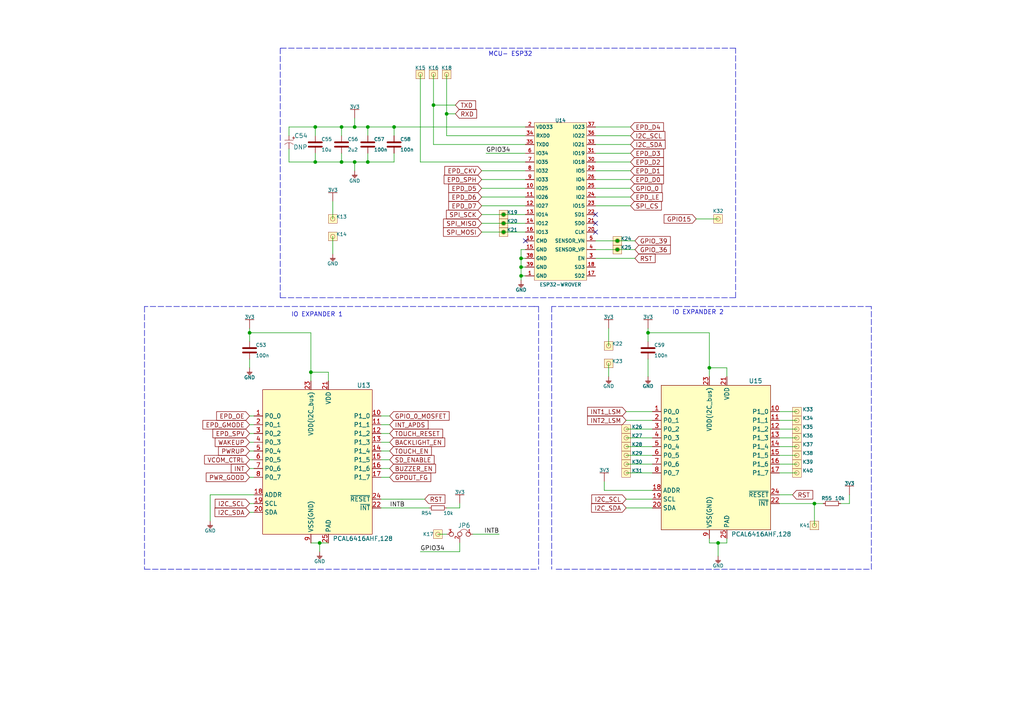
<source format=kicad_sch>
(kicad_sch (version 20211123) (generator eeschema)
  (paper "A4")
  (title_block (title "Soldered Inkplate PLUS2") (date "2023-04-13") (rev "V1.1.0.") (company "SOLDERED"))
  (lib_symbols
    (symbol "e-radionica.com schematics:0603C" (pin_numbers hide) (pin_names (offset 0.002))
      (property "Reference" "C" (at 0 3.81 0))
      (property "Value" "0603C" (at 0 -3.175 0))
      (symbol "0603C_0_1"
        (polyline (pts (xy -0.635 1.905) (xy -0.635 -1.905)) (stroke (width 0.5)))
        (polyline (pts (xy 0.635 1.905) (xy 0.635 -1.905)) (stroke (width 0.5)))
      )
      (symbol "0603C_1_1"
        (pin passive line (at -2.54 0 0) (length 1.9) (name "~") (number "1"))
        (pin passive line (at 2.54 0 180) (length 1.9) (name "~") (number "2"))
      )
    )
    (symbol "e-radionica.com schematics:0603R" (pin_numbers hide) (pin_names (offset 0.254))
      (property "Reference" "R" (at 0 1.27 0))
      (property "Value" "0603R" (at 0 -1.905 0))
      (symbol "0603R_0_1"
        (rectangle (start -1.905 0.635) (end 1.905 -0.635) (stroke (width 0.15)))
      )
      (symbol "0603R_1_1"
        (pin passive line (at -2.54 0 0) (length 0.63) (name "~") (number "1"))
        (pin passive line (at 2.54 0 180) (length 0.63) (name "~") (number "2"))
      )
    )
    (symbol "e-radionica.com schematics:1206C" (pin_numbers hide)
      (property "Reference" "C" (at 0 3.81 0))
      (property "Value" "1206C" (at 0 -3.175 0))
      (symbol "1206C_0_1"
        (polyline (pts (xy -0.635 1.905) (xy -0.635 -1.905)) (stroke (width 0.5)))
        (polyline (pts (xy 0.635 1.905) (xy 0.635 -1.905)) (stroke (width 0.5)))
      )
      (symbol "1206C_1_1"
        (pin passive line (at -2.54 0 0) (length 1.9) (name "~") (number "1"))
        (pin passive line (at 2.54 0 180) (length 1.9) (name "~") (number "2"))
      )
    )
    (symbol "e-radionica.com schematics:2917C" (pin_numbers hide) (pin_names hide)
      (property "Reference" "C?" (at 0 0 0))
      (property "Value" "2917C" (at 0 0 0))
      (symbol "2917C_0_0"
        (text "+" (at -0.635 -1.27 0) (effects (font (size 1 1))))
      )
      (symbol "2917C_0_1"
        (polyline (pts (xy 0 -3.81) (xy 0 -1.27)) (stroke (width 0.1)))
        (arc (start 1.2699 -1.27) (mid 0.7439 -2.54) (end 1.2699 -3.81) (stroke (width 0.1)))
      )
      (symbol "2917C_1_1"
        (pin input line (at -1.27 -2.54 0) (length 1.27) (name "+") (number "1"))
        (pin input line (at 2.54 -2.54 180) (length 1.8) (name "-") (number "2"))
      )
    )
    (symbol "e-radionica.com schematics:3V3" (power) (pin_names (offset 0))
      (property "Value" "3V3" (at 0 3.556 0))
      (symbol "3V3_0_1"
        (polyline (pts (xy -1.27 2.54) (xy 1.27 2.54)) (stroke (width 0.16)))
        (polyline (pts (xy 0 0) (xy 0 2.54)))
      )
      (symbol "3V3_1_1"
        (pin power_in line (at 0 0 90) (length 0) hide (name "3V3") (number "1"))
      )
    )
    (symbol "e-radionica.com schematics:ESP32-WROVER"
      (property "Reference" "U" (at -6.35 25.4 0))
      (property "Value" "ESP32-WROVER" (at 0 -22.86 0))
      (symbol "ESP32-WROVER_0_1"
        (rectangle (start -7.62 24.13) (end 7.62 -21.59) (stroke (width 0.001)) (fill (type background)))
      )
      (symbol "ESP32-WROVER_1_1"
        (pin power_in line (at -10.16 -20.32 0) (length 2.54) (name "GND") (number "1"))
        (pin bidirectional line (at -10.16 5.08 0) (length 2.54) (name "IO25") (number "10"))
        (pin bidirectional line (at -10.16 2.54 0) (length 2.54) (name "IO26") (number "11"))
        (pin bidirectional line (at -10.16 0 0) (length 2.54) (name "IO27") (number "12"))
        (pin bidirectional line (at -10.16 -2.54 0) (length 2.54) (name "IO14") (number "13"))
        (pin bidirectional line (at -10.16 -5.08 0) (length 2.54) (name "IO12") (number "14"))
        (pin power_in line (at -10.16 -12.7 0) (length 2.54) (name "GND") (number "15"))
        (pin bidirectional line (at -10.16 -7.62 0) (length 2.54) (name "IO13") (number "16"))
        (pin bidirectional line (at 10.16 -20.32 180) (length 2.54) (name "SD2") (number "17"))
        (pin bidirectional line (at 10.16 -17.78 180) (length 2.54) (name "SD3") (number "18"))
        (pin bidirectional line (at -10.16 -10.16 0) (length 2.54) (name "CMD") (number "19"))
        (pin power_in line (at -10.16 22.86 0) (length 2.54) (name "VDD33") (number "2"))
        (pin bidirectional line (at 10.16 -7.62 180) (length 2.54) (name "CLK") (number "20"))
        (pin bidirectional line (at 10.16 -5.08 180) (length 2.54) (name "SD0") (number "21"))
        (pin bidirectional line (at 10.16 -2.54 180) (length 2.54) (name "SD1") (number "22"))
        (pin bidirectional line (at 10.16 0 180) (length 2.54) (name "IO15") (number "23"))
        (pin bidirectional line (at 10.16 2.54 180) (length 2.54) (name "IO2") (number "24"))
        (pin bidirectional line (at 10.16 5.08 180) (length 2.54) (name "IO0") (number "25"))
        (pin bidirectional line (at 10.16 7.62 180) (length 2.54) (name "IO4") (number "26"))
        (pin bidirectional line (at 10.16 10.16 180) (length 2.54) (name "IO5") (number "29"))
        (pin bidirectional line (at 10.16 -15.24 180) (length 2.54) (name "EN") (number "3"))
        (pin bidirectional line (at 10.16 12.7 180) (length 2.54) (name "IO18") (number "30"))
        (pin bidirectional line (at 10.16 15.24 180) (length 2.54) (name "IO19") (number "31"))
        (pin bidirectional line (at 10.16 17.78 180) (length 2.54) (name "IO21") (number "33"))
        (pin bidirectional line (at -10.16 20.32 0) (length 2.54) (name "RXD0") (number "34"))
        (pin bidirectional line (at -10.16 17.78 0) (length 2.54) (name "TXD0") (number "35"))
        (pin bidirectional line (at 10.16 20.32 180) (length 2.54) (name "IO22") (number "36"))
        (pin bidirectional line (at 10.16 22.86 180) (length 2.54) (name "IO23") (number "37"))
        (pin power_in line (at -10.16 -15.24 0) (length 2.54) (name "GND") (number "38"))
        (pin power_in line (at -10.16 -17.78 0) (length 2.54) (name "GND") (number "39"))
        (pin bidirectional line (at 10.16 -12.7 180) (length 2.54) (name "SENSOR_VP") (number "4"))
        (pin bidirectional line (at 10.16 -10.16 180) (length 2.54) (name "SENSOR_VN") (number "5"))
        (pin bidirectional line (at -10.16 15.24 0) (length 2.54) (name "IO34") (number "6"))
        (pin bidirectional line (at -10.16 12.7 0) (length 2.54) (name "IO35") (number "7"))
        (pin bidirectional line (at -10.16 10.16 0) (length 2.54) (name "IO32") (number "8"))
        (pin bidirectional line (at -10.16 7.62 0) (length 2.54) (name "IO33") (number "9"))
      )
    )
    (symbol "e-radionica.com schematics:GND" (power) (pin_names (offset 0))
      (property "Value" "GND" (at 0 -2.921 0))
      (symbol "GND_0_1"
        (polyline (pts (xy -0.762 -1.27) (xy 0.762 -1.27)) (stroke (width 0.16)))
        (polyline (pts (xy -0.635 -1.524) (xy 0.635 -1.524)) (stroke (width 0.16)))
        (polyline (pts (xy -0.381 -1.778) (xy 0.381 -1.778)) (stroke (width 0.16)))
        (polyline (pts (xy -0.127 -2.032) (xy 0.127 -2.032)) (stroke (width 0.16)))
        (polyline (pts (xy 0 0) (xy 0 -1.27)) (stroke (width 0.16)))
      )
      (symbol "GND_1_1"
        (pin power_in line (at 0 0 270) (length 0) hide (name "GND") (number "1"))
      )
    )
    (symbol "e-radionica.com schematics:HEADER_MALE_1X1_Inkplate" (pin_numbers hide) (pin_names hide)
      (property "Reference" "K" (at 0 2.54 0))
      (property "Value" "HEADER_MALE_1X1_Inkplate" (at 0 -2.54 0))
      (symbol "HEADER_MALE_1X1_Inkplate_0_1"
        (rectangle (start -1.27 1.27) (end 1.27 -1.27) (stroke (width 0.001)) (fill (type background)))
        (circle (center 0 0) (radius 0.635) (stroke (width 0.0006)))
      )
      (symbol "HEADER_MALE_1X1_Inkplate_1_1"
        (pin passive line (at 0 0 180) (length 0) (name "~") (number "1"))
      )
    )
    (symbol "e-radionica.com schematics:PCAL6416AHF,128"
      (property "Reference" "U" (at 1.27 -5.08 0))
      (property "Value" "PCAL6416AHF,128" (at 1.27 0 0))
      (symbol "PCAL6416AHF,128_0_0"
        (rectangle (start -15.24 20.32) (end 16.51 -21.59) (fill (type background)))
        (pin passive line (at 3.81 -24.13 90) (length 2.54) (name "PAD") (number "25"))
      )
      (symbol "PCAL6416AHF,128_1_1"
        (pin passive line (at -17.78 12.7 0) (length 2.54) (name "P0_0") (number "1"))
        (pin passive line (at 19.05 12.7 180) (length 2.54) (name "P1_0") (number "10"))
        (pin passive line (at 19.05 10.16 180) (length 2.54) (name "P1_1") (number "11"))
        (pin passive line (at 19.05 7.62 180) (length 2.54) (name "P1_2") (number "12"))
        (pin passive line (at 19.05 5.08 180) (length 2.54) (name "P1_3") (number "13"))
        (pin passive line (at 19.05 2.54 180) (length 2.54) (name "P1_4") (number "14"))
        (pin passive line (at 19.05 0 180) (length 2.54) (name "P1_5") (number "15"))
        (pin passive line (at 19.05 -2.54 180) (length 2.54) (name "P1_6") (number "16"))
        (pin passive line (at 19.05 -5.08 180) (length 2.54) (name "P1_7") (number "17"))
        (pin passive line (at -17.78 -10.16 0) (length 2.54) (name "ADDR") (number "18"))
        (pin passive line (at -17.78 -12.7 0) (length 2.54) (name "SCL") (number "19"))
        (pin passive line (at -17.78 10.16 0) (length 2.54) (name "P0_1") (number "2"))
        (pin passive line (at -17.78 -15.24 0) (length 2.54) (name "SDA") (number "20"))
        (pin passive line (at 3.81 22.86 270) (length 2.54) (name "VDD") (number "21"))
        (pin passive line (at 19.05 -13.97 180) (length 2.54) (name "~{INT}") (number "22"))
        (pin passive line (at -1.27 22.86 270) (length 2.54) (name "VDD(I2C_bus)") (number "23"))
        (pin passive line (at 19.05 -11.43 180) (length 2.54) (name "~{RESET}") (number "24"))
        (pin passive line (at -17.78 7.62 0) (length 2.54) (name "P0_2") (number "3"))
        (pin passive line (at -17.78 5.08 0) (length 2.54) (name "P0_3") (number "4"))
        (pin passive line (at -17.78 2.54 0) (length 2.54) (name "P0_4") (number "5"))
        (pin passive line (at -17.78 0 0) (length 2.54) (name "P0_5") (number "6"))
        (pin passive line (at -17.78 -2.54 0) (length 2.54) (name "P0_6") (number "7"))
        (pin passive line (at -17.78 -5.08 0) (length 2.54) (name "P0_7") (number "8"))
        (pin passive line (at -1.27 -24.13 90) (length 2.54) (name "VSS(GND)") (number "9"))
      )
    )
    (symbol "e-radionica.com schematics:SMD_JUMPER_3_PAD_CONNECTED_LEFT_TRACE"
      (property "Reference" "JP" (at 0 2.413 0))
      (symbol "SMD_JUMPER_3_PAD_CONNECTED_LEFT_TRACE_0_1"
        (arc (start 0 0.635) (mid -1.2065 1.4342) (end -2.413 0.635) (stroke (width 0.1)))
      )
      (symbol "SMD_JUMPER_3_PAD_CONNECTED_LEFT_TRACE_1_1"
        (pin passive inverted (at -3.81 0 0) (length 2) (name "") (number "1"))
        (pin passive inverted (at 0 -2.54 90) (length 3.2) (name "") (number "2"))
        (pin passive inverted (at 3.81 0 180) (length 2) (name "") (number "3"))
      )
    )
  )
  (junction (at 205.74 106.68))
  (junction (at 92.71 157.48))
  (junction (at 179.07 72.39))
  (junction (at 146.05 67.31))
  (junction (at 106.68 46.99))
  (junction (at 151.13 77.47))
  (junction (at 91.44 46.99))
  (junction (at 90.17 107.95))
  (junction (at 91.44 36.83))
  (junction (at 72.39 96.52))
  (junction (at 102.87 36.83))
  (junction (at 125.73 30.48))
  (junction (at 146.05 62.23))
  (junction (at 129.54 33.02))
  (junction (at 106.68 36.83))
  (junction (at 236.22 146.05))
  (junction (at 146.05 64.77))
  (junction (at 114.3 36.83))
  (junction (at 102.87 46.99))
  (junction (at 99.06 36.83))
  (junction (at 151.13 74.93))
  (junction (at 151.13 80.01))
  (junction (at 179.07 69.85))
  (junction (at 99.06 46.99))
  (junction (at 187.96 96.52))
  (junction (at 208.28 157.48))
  (no_connect (at 172.72 62.23))
  (no_connect (at 152.4 69.85))
  (no_connect (at 172.72 64.77))
  (no_connect (at 172.72 67.31))
  (polyline (pts (xy 213.36 13.97) (xy 81.28 13.97)))
  (wire (pts (xy 189.23 124.46) (xy 181.61 124.46)))
  (wire (pts (xy 110.49 130.81) (xy 113.03 130.81)))
  (wire (pts (xy 236.22 146.05) (xy 238.76 146.05)))
  (polyline (pts (xy 252.73 165.1) (xy 252.73 88.9)))
  (wire (pts (xy 110.49 138.43) (xy 113.03 138.43)))
  (wire (pts (xy 146.05 64.77) (xy 152.4 64.77)))
  (wire (pts (xy 175.26 139.7) (xy 175.26 142.24)))
  (wire (pts (xy 226.06 129.54) (xy 231.14 129.54)))
  (wire (pts (xy 72.39 120.65) (xy 73.66 120.65)))
  (wire (pts (xy 137.16 154.94) (xy 144.78 154.94)))
  (wire (pts (xy 176.53 95.25) (xy 176.53 100.33)))
  (wire (pts (xy 99.06 46.99) (xy 102.87 46.99)))
  (wire (pts (xy 83.82 43.18) (xy 83.82 46.99)))
  (wire (pts (xy 102.87 36.83) (xy 106.68 36.83)))
  (wire (pts (xy 172.72 41.91) (xy 182.88 41.91)))
  (wire (pts (xy 226.06 134.62) (xy 231.14 134.62)))
  (wire (pts (xy 72.39 133.35) (xy 73.66 133.35)))
  (wire (pts (xy 72.39 130.81) (xy 73.66 130.81)))
  (wire (pts (xy 187.96 95.25) (xy 187.96 96.52)))
  (wire (pts (xy 102.87 46.99) (xy 106.68 46.99)))
  (wire (pts (xy 181.61 147.32) (xy 189.23 147.32)))
  (wire (pts (xy 110.49 125.73) (xy 113.03 125.73)))
  (wire (pts (xy 179.07 72.39) (xy 184.15 72.39)))
  (wire (pts (xy 121.92 160.02) (xy 133.35 160.02)))
  (wire (pts (xy 99.06 44.45) (xy 99.06 46.99)))
  (wire (pts (xy 129.54 39.37) (xy 152.4 39.37)))
  (wire (pts (xy 102.87 34.29) (xy 102.87 36.83)))
  (wire (pts (xy 226.06 143.51) (xy 229.87 143.51)))
  (wire (pts (xy 114.3 36.83) (xy 114.3 39.37)))
  (wire (pts (xy 187.96 99.06) (xy 187.96 96.52)))
  (wire (pts (xy 90.17 107.95) (xy 90.17 110.49)))
  (wire (pts (xy 133.35 147.32) (xy 129.54 147.32)))
  (wire (pts (xy 226.06 121.92) (xy 231.14 121.92)))
  (polyline (pts (xy 161.29 165.1) (xy 252.73 165.1)))
  (wire (pts (xy 91.44 44.45) (xy 91.44 46.99)))
  (wire (pts (xy 172.72 72.39) (xy 179.07 72.39)))
  (wire (pts (xy 172.72 69.85) (xy 179.07 69.85)))
  (wire (pts (xy 181.61 134.62) (xy 189.23 134.62)))
  (wire (pts (xy 205.74 106.68) (xy 205.74 96.52)))
  (wire (pts (xy 72.39 96.52) (xy 72.39 99.06)))
  (wire (pts (xy 172.72 59.69) (xy 182.88 59.69)))
  (wire (pts (xy 181.61 144.78) (xy 189.23 144.78)))
  (wire (pts (xy 172.72 54.61) (xy 182.88 54.61)))
  (wire (pts (xy 246.38 146.05) (xy 246.38 143.51)))
  (wire (pts (xy 72.39 138.43) (xy 73.66 138.43)))
  (wire (pts (xy 106.68 39.37) (xy 106.68 36.83)))
  (wire (pts (xy 110.49 133.35) (xy 113.03 133.35)))
  (wire (pts (xy 73.66 143.51) (xy 60.96 143.51)))
  (wire (pts (xy 172.72 44.45) (xy 182.88 44.45)))
  (wire (pts (xy 187.96 96.52) (xy 205.74 96.52)))
  (wire (pts (xy 72.39 104.14) (xy 72.39 106.68)))
  (wire (pts (xy 139.7 54.61) (xy 152.4 54.61)))
  (wire (pts (xy 96.52 68.58) (xy 96.52 73.66)))
  (wire (pts (xy 129.54 33.02) (xy 132.08 33.02)))
  (wire (pts (xy 179.07 69.85) (xy 184.15 69.85)))
  (wire (pts (xy 146.05 67.31) (xy 152.4 67.31)))
  (polyline (pts (xy 41.91 165.1) (xy 156.21 165.1)))
  (wire (pts (xy 129.54 21.59) (xy 129.54 33.02)))
  (wire (pts (xy 181.61 121.92) (xy 189.23 121.92)))
  (wire (pts (xy 124.46 147.32) (xy 110.49 147.32)))
  (wire (pts (xy 210.82 109.22) (xy 210.82 106.68)))
  (wire (pts (xy 72.39 123.19) (xy 73.66 123.19)))
  (wire (pts (xy 106.68 44.45) (xy 106.68 46.99)))
  (wire (pts (xy 72.39 146.05) (xy 73.66 146.05)))
  (wire (pts (xy 172.72 74.93) (xy 184.15 74.93)))
  (wire (pts (xy 181.61 132.08) (xy 189.23 132.08)))
  (wire (pts (xy 139.7 67.31) (xy 146.05 67.31)))
  (wire (pts (xy 72.39 128.27) (xy 73.66 128.27)))
  (wire (pts (xy 189.23 142.24) (xy 175.26 142.24)))
  (wire (pts (xy 210.82 157.48) (xy 208.28 157.48)))
  (wire (pts (xy 226.06 137.16) (xy 231.14 137.16)))
  (polyline (pts (xy 154.94 88.9) (xy 41.91 88.9)))
  (wire (pts (xy 151.13 74.93) (xy 151.13 77.47)))
  (wire (pts (xy 139.7 52.07) (xy 152.4 52.07)))
  (wire (pts (xy 72.39 135.89) (xy 73.66 135.89)))
  (wire (pts (xy 95.25 110.49) (xy 95.25 107.95)))
  (wire (pts (xy 151.13 80.01) (xy 151.13 81.28)))
  (wire (pts (xy 102.87 36.83) (xy 99.06 36.83)))
  (wire (pts (xy 146.05 62.23) (xy 152.4 62.23)))
  (wire (pts (xy 140.97 44.45) (xy 152.4 44.45)))
  (wire (pts (xy 151.13 77.47) (xy 152.4 77.47)))
  (polyline (pts (xy 81.28 13.97) (xy 81.28 86.36)))
  (wire (pts (xy 133.35 146.05) (xy 133.35 147.32)))
  (wire (pts (xy 139.7 59.69) (xy 152.4 59.69)))
  (wire (pts (xy 60.96 143.51) (xy 60.96 151.13)))
  (wire (pts (xy 72.39 148.59) (xy 73.66 148.59)))
  (wire (pts (xy 210.82 156.21) (xy 210.82 157.48)))
  (wire (pts (xy 114.3 36.83) (xy 152.4 36.83)))
  (wire (pts (xy 172.72 49.53) (xy 182.88 49.53)))
  (wire (pts (xy 210.82 106.68) (xy 205.74 106.68)))
  (wire (pts (xy 106.68 36.83) (xy 114.3 36.83)))
  (wire (pts (xy 113.03 123.19) (xy 110.49 123.19)))
  (wire (pts (xy 121.92 46.99) (xy 121.92 21.59)))
  (wire (pts (xy 106.68 46.99) (xy 114.3 46.99)))
  (wire (pts (xy 181.61 137.16) (xy 189.23 137.16)))
  (wire (pts (xy 110.49 144.78) (xy 123.19 144.78)))
  (wire (pts (xy 187.96 104.14) (xy 187.96 109.22)))
  (wire (pts (xy 172.72 36.83) (xy 182.88 36.83)))
  (wire (pts (xy 139.7 57.15) (xy 152.4 57.15)))
  (wire (pts (xy 72.39 96.52) (xy 90.17 96.52)))
  (wire (pts (xy 83.82 36.83) (xy 91.44 36.83)))
  (wire (pts (xy 139.7 62.23) (xy 146.05 62.23)))
  (wire (pts (xy 201.93 63.5) (xy 208.28 63.5)))
  (wire (pts (xy 151.13 74.93) (xy 152.4 74.93)))
  (wire (pts (xy 129.54 33.02) (xy 129.54 39.37)))
  (wire (pts (xy 152.4 41.91) (xy 125.73 41.91)))
  (wire (pts (xy 208.28 157.48) (xy 208.28 161.29)))
  (wire (pts (xy 90.17 96.52) (xy 90.17 107.95)))
  (wire (pts (xy 172.72 46.99) (xy 182.88 46.99)))
  (wire (pts (xy 125.73 30.48) (xy 125.73 41.91)))
  (wire (pts (xy 99.06 36.83) (xy 91.44 36.83)))
  (wire (pts (xy 90.17 157.48) (xy 92.71 157.48)))
  (wire (pts (xy 83.82 46.99) (xy 91.44 46.99)))
  (wire (pts (xy 102.87 46.99) (xy 102.87 49.53)))
  (wire (pts (xy 95.25 157.48) (xy 92.71 157.48)))
  (wire (pts (xy 172.72 57.15) (xy 182.88 57.15)))
  (polyline (pts (xy 156.21 88.9) (xy 156.21 165.1)))
  (polyline (pts (xy 160.02 88.9) (xy 160.02 165.1)))
  (wire (pts (xy 226.06 124.46) (xy 231.14 124.46)))
  (wire (pts (xy 125.73 30.48) (xy 132.08 30.48)))
  (wire (pts (xy 110.49 120.65) (xy 113.03 120.65)))
  (polyline (pts (xy 154.94 88.9) (xy 156.21 88.9)))
  (wire (pts (xy 83.82 39.37) (xy 83.82 36.83)))
  (polyline (pts (xy 41.91 88.9) (xy 41.91 165.1)))
  (wire (pts (xy 113.03 135.89) (xy 110.49 135.89)))
  (wire (pts (xy 226.06 127) (xy 231.14 127)))
  (polyline (pts (xy 81.28 86.36) (xy 213.36 86.36)))
  (wire (pts (xy 176.53 105.41) (xy 176.53 109.22)))
  (wire (pts (xy 226.06 146.05) (xy 236.22 146.05)))
  (wire (pts (xy 205.74 157.48) (xy 208.28 157.48)))
  (wire (pts (xy 133.35 157.48) (xy 133.35 160.02)))
  (wire (pts (xy 151.13 80.01) (xy 152.4 80.01)))
  (wire (pts (xy 226.06 132.08) (xy 231.14 132.08)))
  (wire (pts (xy 172.72 52.07) (xy 182.88 52.07)))
  (wire (pts (xy 205.74 109.22) (xy 205.74 106.68)))
  (wire (pts (xy 172.72 39.37) (xy 182.88 39.37)))
  (polyline (pts (xy 213.36 86.36) (xy 213.36 13.97)))
  (wire (pts (xy 151.13 77.47) (xy 151.13 80.01)))
  (wire (pts (xy 72.39 95.25) (xy 72.39 96.52)))
  (wire (pts (xy 181.61 129.54) (xy 189.23 129.54)))
  (wire (pts (xy 226.06 119.38) (xy 231.14 119.38)))
  (wire (pts (xy 91.44 46.99) (xy 99.06 46.99)))
  (wire (pts (xy 95.25 107.95) (xy 90.17 107.95)))
  (wire (pts (xy 152.4 46.99) (xy 121.92 46.99)))
  (polyline (pts (xy 252.73 88.9) (xy 160.02 88.9)))
  (wire (pts (xy 236.22 152.4) (xy 236.22 146.05)))
  (wire (pts (xy 139.7 49.53) (xy 152.4 49.53)))
  (wire (pts (xy 243.84 146.05) (xy 246.38 146.05)))
  (wire (pts (xy 127 154.94) (xy 129.54 154.94)))
  (wire (pts (xy 96.52 58.42) (xy 96.52 63.5)))
  (wire (pts (xy 99.06 36.83) (xy 99.06 39.37)))
  (wire (pts (xy 114.3 44.45) (xy 114.3 46.99)))
  (wire (pts (xy 205.74 156.21) (xy 205.74 157.48)))
  (wire (pts (xy 181.61 127) (xy 189.23 127)))
  (wire (pts (xy 139.7 64.77) (xy 146.05 64.77)))
  (wire (pts (xy 91.44 36.83) (xy 91.44 39.37)))
  (wire (pts (xy 151.13 72.39) (xy 151.13 74.93)))
  (wire (pts (xy 181.61 119.38) (xy 189.23 119.38)))
  (wire (pts (xy 92.71 157.48) (xy 92.71 160.02)))
  (wire (pts (xy 152.4 72.39) (xy 151.13 72.39)))
  (wire (pts (xy 125.73 21.59) (xy 125.73 30.48)))
  (wire (pts (xy 110.49 128.27) (xy 113.03 128.27)))
  (wire (pts (xy 72.39 125.73) (xy 73.66 125.73)))
  (text "IO EXPANDER 1" (at 84.455 92.075 0) (effects (font (size 1.27 1.27)) (justify left bottom)))
  (text "MCU- ESP32" (at 141.605 16.51 0) (effects (font (size 1.27 1.27)) (justify left bottom)))
  (text "IO EXPANDER 2" (at 194.945 91.44 0) (effects (font (size 1.27 1.27)) (justify left bottom)))
  (label "GPIO34" (at 121.92 160.02 0))
  (label "INTB" (at 144.78 154.94 180))
  (label "INTB" (at 113.03 147.32 0))
  (label "GPIO34" (at 140.97 44.45 0))
  (global_label "EPD_OE" (shape input) (at 72.39 120.65 180) (property "Intersheet References" "${INTERSHEET_REFS}" (effects hide)))
  (global_label "RST" (shape input) (at 229.87 143.51 0) (property "Intersheet References" "${INTERSHEET_REFS}" (effects hide)))
  (global_label "I2C_SDA" (shape input) (at 181.61 147.32 180) (property "Intersheet References" "${INTERSHEET_REFS}" (effects hide)))
  (global_label "RXD" (shape input) (at 132.08 33.02 0) (property "Intersheet References" "${INTERSHEET_REFS}" (effects hide)))
  (global_label "RST" (shape input) (at 184.15 74.93 0) (property "Intersheet References" "${INTERSHEET_REFS}" (effects hide)))
  (global_label "I2C_SDA" (shape input) (at 72.39 148.59 180) (property "Intersheet References" "${INTERSHEET_REFS}" (effects hide)))
  (global_label "EPD_D0" (shape input) (at 182.88 52.07 0) (property "Intersheet References" "${INTERSHEET_REFS}" (effects hide)))
  (global_label "EPD_D6" (shape input) (at 139.7 57.15 180) (property "Intersheet References" "${INTERSHEET_REFS}" (effects hide)))
  (global_label "WAKEUP" (shape input) (at 72.39 128.27 180) (property "Intersheet References" "${INTERSHEET_REFS}" (effects hide)))
  (global_label "EPD_CKV" (shape input) (at 139.7 49.53 180) (property "Intersheet References" "${INTERSHEET_REFS}" (effects hide)))
  (global_label "TOUCH_EN" (shape input) (at 113.03 130.81 0) (property "Intersheet References" "${INTERSHEET_REFS}" (effects hide)))
  (global_label "I2C_SCL" (shape input) (at 181.61 144.78 180) (property "Intersheet References" "${INTERSHEET_REFS}" (effects hide)))
  (global_label "EPD_SPV" (shape input) (at 72.39 125.73 180) (property "Intersheet References" "${INTERSHEET_REFS}" (effects hide)))
  (global_label "SPI_MOSI" (shape input) (at 139.7 67.31 180) (property "Intersheet References" "${INTERSHEET_REFS}" (effects hide)))
  (global_label "SD_ENABLE" (shape input) (at 113.03 133.35 0) (property "Intersheet References" "${INTERSHEET_REFS}" (effects hide)))
  (global_label "GPIO_39" (shape input) (at 184.15 69.85 0) (property "Intersheet References" "${INTERSHEET_REFS}" (effects hide)))
  (global_label "EPD_D1" (shape input) (at 182.88 49.53 0) (property "Intersheet References" "${INTERSHEET_REFS}" (effects hide)))
  (global_label "GPOUT_FG" (shape input) (at 113.03 138.43 0) (property "Intersheet References" "${INTERSHEET_REFS}" (effects hide)))
  (global_label "INT1_LSM" (shape input) (at 181.61 119.38 180) (property "Intersheet References" "${INTERSHEET_REFS}" (effects hide)))
  (global_label "I2C_SCL" (shape input) (at 182.88 39.37 0) (property "Intersheet References" "${INTERSHEET_REFS}" (effects hide)))
  (global_label "TXD" (shape input) (at 132.08 30.48 0) (property "Intersheet References" "${INTERSHEET_REFS}" (effects hide)))
  (global_label "EPD_D4" (shape input) (at 182.88 36.83 0) (property "Intersheet References" "${INTERSHEET_REFS}" (effects hide)))
  (global_label "EPD_SPH" (shape input) (at 139.7 52.07 180) (property "Intersheet References" "${INTERSHEET_REFS}" (effects hide)))
  (global_label "I2C_SDA" (shape input) (at 182.88 41.91 0) (property "Intersheet References" "${INTERSHEET_REFS}" (effects hide)))
  (global_label "EPD_D7" (shape input) (at 139.7 59.69 180) (property "Intersheet References" "${INTERSHEET_REFS}" (effects hide)))
  (global_label "GPIO15" (shape input) (at 201.93 63.5 180) (property "Intersheet References" "${INTERSHEET_REFS}" (effects hide)))
  (global_label "GPIO_0_MOSFET" (shape input) (at 113.03 120.65 0) (property "Intersheet References" "${INTERSHEET_REFS}" (effects hide)))
  (global_label "GPIO_0" (shape input) (at 182.88 54.61 0) (property "Intersheet References" "${INTERSHEET_REFS}" (effects hide)))
  (global_label "EPD_D5" (shape input) (at 139.7 54.61 180) (property "Intersheet References" "${INTERSHEET_REFS}" (effects hide)))
  (global_label "RST" (shape input) (at 123.19 144.78 0) (property "Intersheet References" "${INTERSHEET_REFS}" (effects hide)))
  (global_label "EPD_D3" (shape input) (at 182.88 44.45 0) (property "Intersheet References" "${INTERSHEET_REFS}" (effects hide)))
  (global_label "BUZZER_EN" (shape input) (at 113.03 135.89 0) (property "Intersheet References" "${INTERSHEET_REFS}" (effects hide)))
  (global_label "I2C_SCL" (shape input) (at 72.39 146.05 180) (property "Intersheet References" "${INTERSHEET_REFS}" (effects hide)))
  (global_label "SPI_CS" (shape input) (at 182.88 59.69 0) (property "Intersheet References" "${INTERSHEET_REFS}" (effects hide)))
  (global_label "GPIO_36" (shape input) (at 184.15 72.39 0) (property "Intersheet References" "${INTERSHEET_REFS}" (effects hide)))
  (global_label "INT2_LSM" (shape input) (at 181.61 121.92 180) (property "Intersheet References" "${INTERSHEET_REFS}" (effects hide)))
  (global_label "TOUCH_RESET" (shape input) (at 113.03 125.73 0) (property "Intersheet References" "${INTERSHEET_REFS}" (effects hide)))
  (global_label "SPI_MISO" (shape input) (at 139.7 64.77 180) (property "Intersheet References" "${INTERSHEET_REFS}" (effects hide)))
  (global_label "EPD_D2" (shape input) (at 182.88 46.99 0) (property "Intersheet References" "${INTERSHEET_REFS}" (effects hide)))
  (global_label "EPD_LE" (shape input) (at 182.88 57.15 0) (property "Intersheet References" "${INTERSHEET_REFS}" (effects hide)))
  (global_label "VCOM_CTRL" (shape input) (at 72.39 133.35 180) (property "Intersheet References" "${INTERSHEET_REFS}" (effects hide)))
  (global_label "EPD_GMODE" (shape input) (at 72.39 123.19 180) (property "Intersheet References" "${INTERSHEET_REFS}" (effects hide)))
  (global_label "INT" (shape input) (at 72.39 135.89 180) (property "Intersheet References" "${INTERSHEET_REFS}" (effects hide)))
  (global_label "PWR_GOOD" (shape input) (at 72.39 138.43 180) (property "Intersheet References" "${INTERSHEET_REFS}" (effects hide)))
  (global_label "BACKLIGHT_EN" (shape input) (at 113.03 128.27 0) (property "Intersheet References" "${INTERSHEET_REFS}" (effects hide)))
  (global_label "PWRUP" (shape input) (at 72.39 130.81 180) (property "Intersheet References" "${INTERSHEET_REFS}" (effects hide)))
  (global_label "SPI_SCK" (shape input) (at 139.7 62.23 180) (property "Intersheet References" "${INTERSHEET_REFS}" (effects hide)))
  (global_label "INT_APDS" (shape input) (at 113.03 123.19 0) (property "Intersheet References" "${INTERSHEET_REFS}" (effects hide)))
  (symbol (lib_id "e-radionica.com schematics:3V3") (at 176.53 95.25 0) (unit 1)
    (property "Reference" "#PWR0152" (effects hide))
    (property "Value" "3V3" (at 176.53 91.948 0) (effects (font (size 1 1))))
  )
  (symbol (lib_id "e-radionica.com schematics:3V3") (at 102.87 34.29 0) (unit 1)
    (property "Reference" "#PWR0147" (effects hide))
    (property "Value" "3V3" (at 102.87 30.988 0) (effects (font (size 1 1))))
  )
  (symbol (lib_id "e-radionica.com schematics:HEADER_MALE_1X1_Inkplate") (at 181.61 127 0) (unit 1)
    (property "Reference" "K27" (at 184.785 126.365 0) (effects (font (size 1 1))))
    (property "Value" "HEADER_MALE_1X1_Inkplate" (effects hide))
    (property "Footprint" "e-radionica.com footprinti:HEADER_MALE_1X1_Inkplate" (effects hide))
  )
  (symbol (lib_id "e-radionica.com schematics:HEADER_MALE_1X1_Inkplate") (at 231.14 121.92 0) (unit 1)
    (property "Reference" "K34" (at 234.315 121.285 0) (effects (font (size 1 1))))
    (property "Value" "HEADER_MALE_1X1_Inkplate" (effects hide))
    (property "Footprint" "e-radionica.com footprinti:HEADER_MALE_1X1_Inkplate" (effects hide))
  )
  (symbol (lib_id "e-radionica.com schematics:2917C") (at 86.36 40.64 270) (unit 1)
    (property "Reference" "C54" (at 85.344 39.37 90) (effects (justify left)))
    (property "Value" "DNP" (at 85.09 42.672 90) (effects (justify left)))
    (property "Footprint" "e-radionica.com footprinti:2917C" (effects hide))
  )
  (symbol (lib_id "e-radionica.com schematics:0603C") (at 99.06 41.91 90) (unit 1)
    (property "Reference" "C56" (at 100.838 40.386 90) (effects (font (size 1 1)) (justify right)))
    (property "Value" "2u2" (at 100.838 43.434 90) (effects (font (size 1 1)) (justify right)))
    (property "Footprint" "e-radionica.com footprinti:0603C" (effects hide))
  )
  (symbol (lib_id "e-radionica.com schematics:GND") (at 151.13 81.28 0) (unit 1)
    (property "Reference" "#PWR0150" (effects hide))
    (property "Value" "GND" (at 151.13 84.074 0) (effects (font (size 1 1))))
  )
  (symbol (lib_id "e-radionica.com schematics:HEADER_MALE_1X1_Inkplate") (at 127 154.94 0) (unit 1)
    (property "Reference" "K17" (at 124.206 154.94 0) (effects (font (size 1 1))))
    (property "Value" "HEADER_MALE_1X1_Inkplate" (effects hide))
    (property "Footprint" "e-radionica.com footprinti:HEADER_MALE_1X1_Inkplate" (effects hide))
  )
  (symbol (lib_id "e-radionica.com schematics:GND") (at 72.39 106.68 0) (unit 1)
    (property "Reference" "#PWR0143" (effects hide))
    (property "Value" "GND" (at 72.39 109.474 0) (effects (font (size 1 1))))
  )
  (symbol (lib_id "e-radionica.com schematics:3V3") (at 175.26 139.7 0) (unit 1)
    (property "Reference" "#PWR0151" (effects hide))
    (property "Value" "3V3" (at 175.26 136.398 0) (effects (font (size 1 1))))
  )
  (symbol (lib_id "e-radionica.com schematics:0603C") (at 187.96 101.6 90) (unit 1)
    (property "Reference" "C59" (at 189.738 100.076 90) (effects (font (size 1 1)) (justify right)))
    (property "Value" "100n" (at 189.738 103.124 90) (effects (font (size 1 1)) (justify right)))
    (property "Footprint" "e-radionica.com footprinti:0603C" (effects hide))
  )
  (symbol (lib_id "e-radionica.com schematics:HEADER_MALE_1X1_Inkplate") (at 231.14 137.16 0) (unit 1)
    (property "Reference" "K40" (at 234.315 136.525 0) (effects (font (size 1 1))))
    (property "Value" "HEADER_MALE_1X1_Inkplate" (effects hide))
    (property "Footprint" "e-radionica.com footprinti:HEADER_MALE_1X1_Inkplate" (effects hide))
  )
  (symbol (lib_id "e-radionica.com schematics:HEADER_MALE_1X1_Inkplate") (at 231.14 132.08 0) (unit 1)
    (property "Reference" "K38" (at 234.315 131.445 0) (effects (font (size 1 1))))
    (property "Value" "HEADER_MALE_1X1_Inkplate" (effects hide))
    (property "Footprint" "e-radionica.com footprinti:HEADER_MALE_1X1_Inkplate" (effects hide))
  )
  (symbol (lib_id "e-radionica.com schematics:HEADER_MALE_1X1_Inkplate") (at 231.14 127 0) (unit 1)
    (property "Reference" "K36" (at 234.315 126.365 0) (effects (font (size 1 1))))
    (property "Value" "HEADER_MALE_1X1_Inkplate" (effects hide))
    (property "Footprint" "e-radionica.com footprinti:HEADER_MALE_1X1_Inkplate" (effects hide))
  )
  (symbol (lib_id "e-radionica.com schematics:HEADER_MALE_1X1_Inkplate") (at 181.61 137.16 0) (unit 1)
    (property "Reference" "K31" (at 184.785 136.525 0) (effects (font (size 1 1))))
    (property "Value" "HEADER_MALE_1X1_Inkplate" (effects hide))
    (property "Footprint" "e-radionica.com footprinti:HEADER_MALE_1X1_Inkplate" (effects hide))
  )
  (symbol (lib_id "e-radionica.com schematics:GND") (at 208.28 161.29 0) (unit 1)
    (property "Reference" "#PWR0156" (effects hide))
    (property "Value" "GND" (at 208.28 164.084 0) (effects (font (size 1 1))))
  )
  (symbol (lib_id "e-radionica.com schematics:GND") (at 92.71 160.02 0) (unit 1)
    (property "Reference" "#PWR0144" (effects hide))
    (property "Value" "GND" (at 92.71 162.814 0) (effects (font (size 1 1))))
  )
  (symbol (lib_id "e-radionica.com schematics:GND") (at 60.96 151.13 0) (unit 1)
    (property "Reference" "#PWR0141" (effects hide))
    (property "Value" "GND" (at 60.96 153.924 0) (effects (font (size 1 1))))
  )
  (symbol (lib_id "e-radionica.com schematics:0603R") (at 241.3 146.05 180) (unit 1)
    (property "Reference" "R55" (at 239.776 144.526 0) (effects (font (size 1 1))))
    (property "Value" "10k" (at 243.586 144.526 0) (effects (font (size 1 1))))
    (property "Footprint" "e-radionica.com footprinti:0603R" (effects hide))
  )
  (symbol (lib_id "e-radionica.com schematics:HEADER_MALE_1X1_Inkplate") (at 146.05 67.31 0) (unit 1)
    (property "Reference" "K21" (at 148.59 66.675 0) (effects (font (size 1 1))))
    (property "Value" "HEADER_MALE_1X1_Inkplate" (effects hide))
    (property "Footprint" "e-radionica.com footprinti:HEADER_MALE_1X1_Inkplate" (effects hide))
  )
  (symbol (lib_id "e-radionica.com schematics:HEADER_MALE_1X1_Inkplate") (at 181.61 132.08 0) (unit 1)
    (property "Reference" "K29" (at 184.785 131.445 0) (effects (font (size 1 1))))
    (property "Value" "HEADER_MALE_1X1_Inkplate" (effects hide))
    (property "Footprint" "e-radionica.com footprinti:HEADER_MALE_1X1_Inkplate" (effects hide))
  )
  (symbol (lib_id "e-radionica.com schematics:0603C") (at 106.68 41.91 90) (unit 1)
    (property "Reference" "C57" (at 108.458 40.386 90) (effects (font (size 1 1)) (justify right)))
    (property "Value" "100n" (at 108.458 43.434 90) (effects (font (size 1 1)) (justify right)))
    (property "Footprint" "e-radionica.com footprinti:0603C" (effects hide))
  )
  (symbol (lib_id "e-radionica.com schematics:3V3") (at 187.96 95.25 0) (unit 1)
    (property "Reference" "#PWR0154" (effects hide))
    (property "Value" "3V3" (at 187.96 91.948 0) (effects (font (size 1 1))))
  )
  (symbol (lib_id "e-radionica.com schematics:PCAL6416AHF,128") (at 207.01 132.08 0) (unit 1)
    (property "Reference" "U15" (at 217.17 110.49 0) (effects (justify left)))
    (property "Value" "PCAL6416AHF,128" (at 212.09 154.94 0) (effects (justify left)))
    (property "Footprint" "e-radionica.com footprinti:PCAL6416AHF,128" (effects hide))
  )
  (symbol (lib_id "e-radionica.com schematics:HEADER_MALE_1X1_Inkplate") (at 146.05 62.23 0) (unit 1)
    (property "Reference" "K19" (at 148.59 61.595 0) (effects (font (size 1 1))))
    (property "Value" "HEADER_MALE_1X1_Inkplate" (effects hide))
    (property "Footprint" "e-radionica.com footprinti:HEADER_MALE_1X1_Inkplate" (effects hide))
  )
  (symbol (lib_id "e-radionica.com schematics:0603C") (at 114.3 41.91 90) (unit 1)
    (property "Reference" "C58" (at 116.078 40.386 90) (effects (font (size 1 1)) (justify right)))
    (property "Value" "100n" (at 116.078 43.434 90) (effects (font (size 1 1)) (justify right)))
    (property "Footprint" "e-radionica.com footprinti:0603C" (effects hide))
  )
  (symbol (lib_id "e-radionica.com schematics:HEADER_MALE_1X1_Inkplate") (at 231.14 129.54 0) (unit 1)
    (property "Reference" "K37" (at 234.315 128.905 0) (effects (font (size 1 1))))
    (property "Value" "HEADER_MALE_1X1_Inkplate" (effects hide))
    (property "Footprint" "e-radionica.com footprinti:HEADER_MALE_1X1_Inkplate" (effects hide))
  )
  (symbol (lib_id "e-radionica.com schematics:3V3") (at 246.38 143.51 0) (unit 1)
    (property "Reference" "#PWR0157" (effects hide))
    (property "Value" "3V3" (at 246.38 140.208 0) (effects (font (size 1 1))))
  )
  (symbol (lib_id "e-radionica.com schematics:HEADER_MALE_1X1_Inkplate") (at 208.28 63.5 0) (unit 1)
    (property "Reference" "K32" (at 208.28 61.214 0) (effects (font (size 1 1))))
    (property "Value" "HEADER_MALE_1X1_Inkplate" (effects hide))
    (property "Footprint" "e-radionica.com footprinti:HEADER_MALE_1X1_Inkplate" (effects hide))
  )
  (symbol (lib_id "e-radionica.com schematics:PCAL6416AHF,128") (at 91.44 133.35 0) (unit 1)
    (property "Reference" "U13" (at 103.505 111.76 0) (effects (justify left)))
    (property "Value" "PCAL6416AHF,128" (at 96.52 156.21 0) (effects (justify left)))
    (property "Footprint" "e-radionica.com footprinti:PCAL6416AHF,128" (effects hide))
  )
  (symbol (lib_id "e-radionica.com schematics:3V3") (at 72.39 95.25 0) (unit 1)
    (property "Reference" "#PWR0142" (effects hide))
    (property "Value" "3V3" (at 72.39 91.948 0) (effects (font (size 1 1))))
  )
  (symbol (lib_id "e-radionica.com schematics:SMD_JUMPER_3_PAD_CONNECTED_LEFT_TRACE") (at 133.35 154.94 0) (mirror y) (unit 1)
    (property "Reference" "JP6" (at 134.62 152.4 0))
    (property "Value" "SMD_JUMPER_3_PAD_CONNECTED_LEFT_TRACE" (effects hide))
    (property "Footprint" "e-radionica.com footprinti:SMD_JUMPER_3_PAD_CONNECTED_LEFT_TRACE" (effects hide))
  )
  (symbol (lib_id "e-radionica.com schematics:GND") (at 187.96 109.22 0) (unit 1)
    (property "Reference" "#PWR0155" (effects hide))
    (property "Value" "GND" (at 187.96 112.014 0) (effects (font (size 1 1))))
  )
  (symbol (lib_id "e-radionica.com schematics:0603R") (at 127 147.32 180) (unit 1)
    (property "Reference" "R54" (at 123.698 148.844 0) (effects (font (size 1 1))))
    (property "Value" "10k" (at 130.048 148.844 0) (effects (font (size 1 1))))
    (property "Footprint" "e-radionica.com footprinti:0603R" (effects hide))
  )
  (symbol (lib_id "e-radionica.com schematics:ESP32-WROVER") (at 162.56 59.69 0) (unit 1)
    (property "Reference" "U14" (at 162.56 34.925 0) (effects (font (size 1 1))))
    (property "Value" "ESP32-WROVER" (at 162.56 82.55 0) (effects (font (size 1 1))))
    (property "Footprint" "e-radionica.com footprinti:ESP32-WROVER" (effects hide))
  )
  (symbol (lib_id "e-radionica.com schematics:HEADER_MALE_1X1_Inkplate") (at 146.05 64.77 0) (unit 1)
    (property "Reference" "K20" (at 148.59 64.135 0) (effects (font (size 1 1))))
    (property "Value" "HEADER_MALE_1X1_Inkplate" (effects hide))
    (property "Footprint" "e-radionica.com footprinti:HEADER_MALE_1X1_Inkplate" (effects hide))
  )
  (symbol (lib_id "e-radionica.com schematics:0603C") (at 72.39 101.6 90) (unit 1)
    (property "Reference" "C53" (at 74.168 100.076 90) (effects (font (size 1 1)) (justify right)))
    (property "Value" "100n" (at 74.168 103.124 90) (effects (font (size 1 1)) (justify right)))
    (property "Footprint" "e-radionica.com footprinti:0603C" (effects hide))
  )
  (symbol (lib_id "e-radionica.com schematics:HEADER_MALE_1X1_Inkplate") (at 121.92 21.59 0) (unit 1)
    (property "Reference" "K15" (at 121.92 19.685 0) (effects (font (size 1 1))))
    (property "Value" "HEADER_MALE_1X1_Inkplate" (effects hide))
    (property "Footprint" "e-radionica.com footprinti:HEADER_MALE_1X1_Inkplate" (effects hide))
  )
  (symbol (lib_id "e-radionica.com schematics:HEADER_MALE_1X1_Inkplate") (at 181.61 124.46 0) (unit 1)
    (property "Reference" "K26" (at 184.785 123.825 0) (effects (font (size 1 1))))
    (property "Value" "HEADER_MALE_1X1_Inkplate" (effects hide))
    (property "Footprint" "e-radionica.com footprinti:HEADER_MALE_1X1_Inkplate" (effects hide))
  )
  (symbol (lib_id "e-radionica.com schematics:HEADER_MALE_1X1_Inkplate") (at 96.52 63.5 0) (unit 1)
    (property "Reference" "K13" (at 99.06 62.865 0) (effects (font (size 1 1))))
    (property "Value" "HEADER_MALE_1X1_Inkplate" (effects hide))
    (property "Footprint" "e-radionica.com footprinti:HEADER_MALE_1X1_Inkplate" (effects hide))
  )
  (symbol (lib_id "e-radionica.com schematics:HEADER_MALE_1X1_Inkplate") (at 181.61 129.54 0) (unit 1)
    (property "Reference" "K28" (at 184.785 128.905 0) (effects (font (size 1 1))))
    (property "Value" "HEADER_MALE_1X1_Inkplate" (effects hide))
    (property "Footprint" "e-radionica.com footprinti:HEADER_MALE_1X1_Inkplate" (effects hide))
  )
  (symbol (lib_id "e-radionica.com schematics:HEADER_MALE_1X1_Inkplate") (at 129.54 21.59 0) (unit 1)
    (property "Reference" "K18" (at 129.54 19.685 0) (effects (font (size 1 1))))
    (property "Value" "HEADER_MALE_1X1_Inkplate" (effects hide))
    (property "Footprint" "e-radionica.com footprinti:HEADER_MALE_1X1_Inkplate" (effects hide))
  )
  (symbol (lib_id "e-radionica.com schematics:HEADER_MALE_1X1_Inkplate") (at 176.53 105.41 0) (unit 1)
    (property "Reference" "K23" (at 179.07 104.775 0) (effects (font (size 1 1))))
    (property "Value" "HEADER_MALE_1X1_Inkplate" (effects hide))
    (property "Footprint" "e-radionica.com footprinti:HEADER_MALE_1X1_Inkplate" (effects hide))
  )
  (symbol (lib_id "e-radionica.com schematics:HEADER_MALE_1X1_Inkplate") (at 181.61 134.62 0) (unit 1)
    (property "Reference" "K30" (at 184.785 133.985 0) (effects (font (size 1 1))))
    (property "Value" "HEADER_MALE_1X1_Inkplate" (effects hide))
    (property "Footprint" "e-radionica.com footprinti:HEADER_MALE_1X1_Inkplate" (effects hide))
  )
  (symbol (lib_id "e-radionica.com schematics:3V3") (at 133.35 146.05 0) (unit 1)
    (property "Reference" "#PWR0149" (effects hide))
    (property "Value" "3V3" (at 133.35 142.748 0) (effects (font (size 1 1))))
  )
  (symbol (lib_id "e-radionica.com schematics:GND") (at 96.52 73.66 0) (unit 1)
    (property "Reference" "#PWR0146" (effects hide))
    (property "Value" "GND" (at 96.52 76.454 0) (effects (font (size 1 1))))
  )
  (symbol (lib_id "e-radionica.com schematics:3V3") (at 96.52 58.42 0) (unit 1)
    (property "Reference" "#PWR0145" (effects hide))
    (property "Value" "3V3" (at 96.52 55.118 0) (effects (font (size 1 1))))
  )
  (symbol (lib_id "e-radionica.com schematics:HEADER_MALE_1X1_Inkplate") (at 231.14 119.38 0) (unit 1)
    (property "Reference" "K33" (at 234.315 118.745 0) (effects (font (size 1 1))))
    (property "Value" "HEADER_MALE_1X1_Inkplate" (effects hide))
    (property "Footprint" "e-radionica.com footprinti:HEADER_MALE_1X1_Inkplate" (effects hide))
  )
  (symbol (lib_id "e-radionica.com schematics:HEADER_MALE_1X1_Inkplate") (at 231.14 134.62 0) (unit 1)
    (property "Reference" "K39" (at 234.315 133.985 0) (effects (font (size 1 1))))
    (property "Value" "HEADER_MALE_1X1_Inkplate" (effects hide))
    (property "Footprint" "e-radionica.com footprinti:HEADER_MALE_1X1_Inkplate" (effects hide))
  )
  (symbol (lib_id "e-radionica.com schematics:HEADER_MALE_1X1_Inkplate") (at 176.53 100.33 0) (unit 1)
    (property "Reference" "K22" (at 179.07 99.695 0) (effects (font (size 1 1))))
    (property "Value" "HEADER_MALE_1X1_Inkplate" (effects hide))
    (property "Footprint" "e-radionica.com footprinti:HEADER_MALE_1X1_Inkplate" (effects hide))
  )
  (symbol (lib_id "e-radionica.com schematics:1206C") (at 91.44 41.91 90) (unit 1)
    (property "Reference" "C55" (at 93.218 40.386 90) (effects (font (size 1 1)) (justify right)))
    (property "Value" "10u" (at 93.218 43.434 90) (effects (font (size 1 1)) (justify right)))
    (property "Footprint" "e-radionica.com footprinti:1206C" (effects hide))
  )
  (symbol (lib_id "e-radionica.com schematics:GND") (at 102.87 49.53 0) (unit 1)
    (property "Reference" "#PWR0148" (effects hide))
    (property "Value" "GND" (at 102.87 52.451 0) (effects (font (size 1 1))))
  )
  (symbol (lib_id "e-radionica.com schematics:HEADER_MALE_1X1_Inkplate") (at 179.07 72.39 0) (unit 1)
    (property "Reference" "K25" (at 181.61 71.755 0) (effects (font (size 1 1))))
    (property "Value" "HEADER_MALE_1X1_Inkplate" (effects hide))
    (property "Footprint" "e-radionica.com footprinti:HEADER_MALE_1X1_Inkplate" (effects hide))
  )
  (symbol (lib_id "e-radionica.com schematics:HEADER_MALE_1X1_Inkplate") (at 236.22 152.4 0) (unit 1)
    (property "Reference" "K41" (at 233.426 152.4 0) (effects (font (size 1 1))))
    (property "Value" "HEADER_MALE_1X1_Inkplate" (effects hide))
    (property "Footprint" "e-radionica.com footprinti:HEADER_MALE_1X1_Inkplate" (effects hide))
  )
  (symbol (lib_id "e-radionica.com schematics:HEADER_MALE_1X1_Inkplate") (at 125.73 21.59 0) (unit 1)
    (property "Reference" "K16" (at 125.73 19.685 0) (effects (font (size 1 1))))
    (property "Value" "HEADER_MALE_1X1_Inkplate" (effects hide))
    (property "Footprint" "e-radionica.com footprinti:HEADER_MALE_1X1_Inkplate" (effects hide))
  )
  (symbol (lib_id "e-radionica.com schematics:HEADER_MALE_1X1_Inkplate") (at 231.14 124.46 0) (unit 1)
    (property "Reference" "K35" (at 234.315 123.825 0) (effects (font (size 1 1))))
    (property "Value" "HEADER_MALE_1X1_Inkplate" (effects hide))
    (property "Footprint" "e-radionica.com footprinti:HEADER_MALE_1X1_Inkplate" (effects hide))
  )
  (symbol (lib_id "e-radionica.com schematics:HEADER_MALE_1X1_Inkplate") (at 179.07 69.85 0) (unit 1)
    (property "Reference" "K24" (at 181.61 69.215 0) (effects (font (size 1 1))))
    (property "Value" "HEADER_MALE_1X1_Inkplate" (effects hide))
    (property "Footprint" "e-radionica.com footprinti:HEADER_MALE_1X1_Inkplate" (effects hide))
  )
  (symbol (lib_id "e-radionica.com schematics:GND") (at 176.53 109.22 0) (unit 1)
    (property "Reference" "#PWR0153" (effects hide))
    (property "Value" "GND" (at 176.53 112.014 0) (effects (font (size 1 1))))
  )
  (symbol (lib_id "e-radionica.com schematics:HEADER_MALE_1X1_Inkplate") (at 96.52 68.58 0) (unit 1)
    (property "Reference" "K14" (at 99.06 67.945 0) (effects (font (size 1 1))))
    (property "Value" "HEADER_MALE_1X1_Inkplate" (effects hide))
    (property "Footprint" "e-radionica.com footprinti:HEADER_MALE_1X1_Inkplate" (effects hide))
  )
)
</source>
